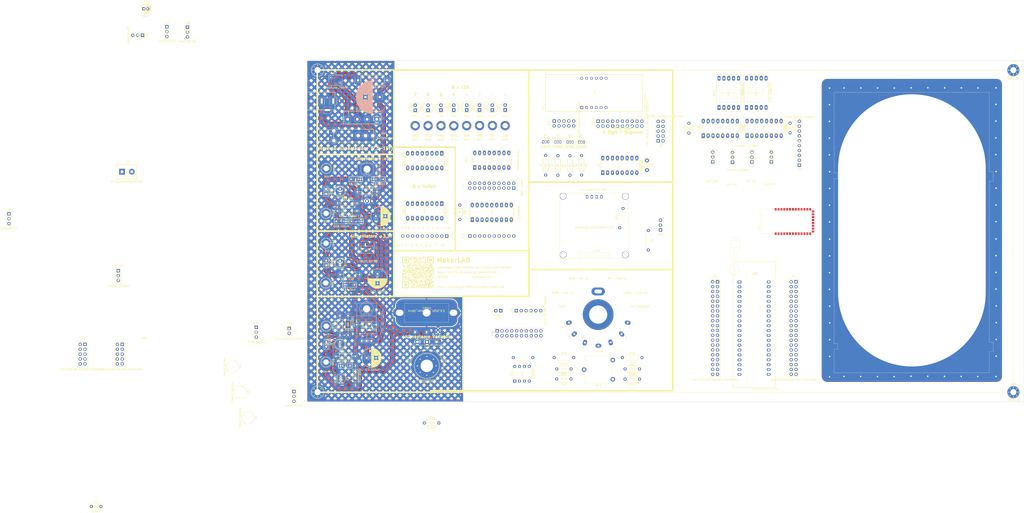
<source format=kicad_pcb>
(kicad_pcb (version 20211014) (generator pcbnew)
  (layers (0 "F.Cu" signal) (31 "B.Cu" signal) (34 "B.Paste" user) (35 "F.Paste" user) (36 "B.SilkS" user "B.Silkscreen") (37 "F.SilkS" user "F.Silkscreen") (38 "B.Mask" user) (39 "F.Mask" user) (44 "Edge.Cuts" user))
  (net 0 "")
  (net 1 "Net-(AFF1-Pad1)")
  (net 2 "Net-(AFF1-Pad2)")
  (net 3 "Net-(AFF1-Pad4)")
  (net 5 "Net-(AFF1-Pad6)")
  (net 6 "Net-(AFF1-Pad7)")
  (net 8 "Net-(AFF1-Pad9)")
  (net 9 "Net-(AFF1-Pad10)")
  (net 10 "Net-(AFF2-Pad1)")
  (net 11 "Net-(AFF2-Pad2)")
  (net 12 "Net-(AFF2-Pad4)")
  (net 14 "Net-(AFF2-Pad6)")
  (net 15 "Net-(AFF2-Pad7)")
  (net 17 "Net-(AFF2-Pad9)")
  (net 18 "Net-(AFF2-Pad10)")
  (net 19 "VCC")
  (net 20 "Net-(D1-Pad1)")
  (net 21 "Net-(D7-Pad1)")
  (net 22 "Net-(D8-Pad1)")
  (net 23 "Net-(D9-Pad1)")
  (net 24 "Net-(D10-Pad1)")
  (net 25 "Net-(D11-Pad1)")
  (net 26 "Net-(D12-Pad1)")
  (net 27 "Net-(D13-Pad1)")
  (net 28 "Net-(D14-Pad1)")
  (net 29 "Net-(J4-Pad2)")
  (net 30 "Net-(J13-Pad9)")
  (net 31 "Net-(J13-Pad2)")
  (net 32 "Net-(J13-Pad3)")
  (net 33 "Net-(J13-Pad4)")
  (net 34 "Net-(J13-Pad5)")
  (net 35 "Net-(J13-Pad6)")
  (net 36 "Net-(J13-Pad7)")
  (net 37 "Net-(J13-Pad8)")
  (net 38 "Net-(J19-Pad1)")
  (net 39 "Net-(J19-Pad2)")
  (net 40 "Net-(J19-Pad3)")
  (net 41 "Net-(J19-Pad4)")
  (net 42 "Net-(J19-Pad5)")
  (net 43 "Net-(J19-Pad6)")
  (net 44 "Net-(J19-Pad7)")
  (net 45 "Net-(J19-Pad8)")
  (net 46 "Net-(J19-Pad9)")
  (net 47 "Net-(J19-Pad10)")
  (net 48 "Net-(Q1-Pad2)")
  (net 49 "Net-(Q2-Pad2)")
  (net 50 "Net-(Q3-Pad2)")
  (net 51 "Net-(Q4-Pad2)")
  (net 52 "Net-(J9-Pad5)")
  (net 53 "Net-(J9-Pad4)")
  (net 54 "Net-(J9-Pad3)")
  (net 55 "Net-(J9-Pad2)")
  (net 56 "Net-(J14-Pad12)")
  (net 57 "Net-(J14-Pad13)")
  (net 58 "Net-(J14-Pad14)")
  (net 59 "Net-(J14-Pad15)")
  (net 60 "Net-(J14-Pad16)")
  (net 61 "Net-(J14-Pad17)")
  (net 62 "Net-(J14-Pad18)")
  (net 63 "Net-(J14-Pad19)")
  (net 64 "Net-(J15-Pad2)")
  (net 65 "Net-(J15-Pad3)")
  (net 66 "Net-(J15-Pad4)")
  (net 67 "Net-(J15-Pad5)")
  (net 68 "Net-(J15-Pad6)")
  (net 69 "Net-(J15-Pad7)")
  (net 70 "Net-(J15-Pad8)")
  (net 72 "Net-(C4-Pad1)")
  (net 73 "/Alimentazione/+Vvar")
  (net 74 "Net-(J11-Pad16)")
  (net 75 "Net-(J11-Pad13)")
  (net 76 "Net-(J11-Pad14)")
  (net 77 "Net-(J12-Pad8)")
  (net 78 "Net-(J11-Pad20)")
  (net 79 "Net-(J14-Pad10)")
  (net 80 "Net-(J14-Pad3)")
  (net 81 "Net-(J14-Pad4)")
  (net 82 "Net-(J14-Pad5)")
  (net 83 "Net-(J14-Pad6)")
  (net 84 "Net-(J14-Pad7)")
  (net 85 "Net-(J14-Pad8)")
  (net 86 "Net-(J14-Pad9)")
  (net 87 "Net-(RV3-Pad2)")
  (net 88 "/Gen_Clock/Clock")
  (net 90 "Net-(C15-Pad1)")
  (net 91 "Net-(R15-Pad2)")
  (net 92 "Net-(J26-Pad4)")
  (net 93 "Net-(R16-Pad2)")
  (net 95 "Net-(U10-Pad5)")
  (net 96 "GNDA")
  (net 97 "Net-(J23-Pad21)")
  (net 98 "Net-(J23-Pad22)")
  (net 99 "Net-(J23-Pad23)")
  (net 100 "Net-(J23-Pad24)")
  (net 101 "Net-(J23-Pad25)")
  (net 102 "Net-(J23-Pad26)")
  (net 103 "Net-(J23-Pad27)")
  (net 104 "Net-(J23-Pad28)")
  (net 105 "Net-(J23-Pad29)")
  (net 106 "Net-(J23-Pad30)")
  (net 107 "Net-(J23-Pad31)")
  (net 108 "Net-(J23-Pad32)")
  (net 109 "Net-(J23-Pad33)")
  (net 110 "Net-(J23-Pad34)")
  (net 111 "Net-(J23-Pad35)")
  (net 112 "Net-(J23-Pad36)")
  (net 113 "Net-(J23-Pad37)")
  (net 114 "Net-(J23-Pad38)")
  (net 115 "Net-(J23-Pad39)")
  (net 116 "Net-(J23-Pad40)")
  (net 117 "Net-(J9-Pad6)")
  (net 118 "Net-(J9-Pad7)")
  (net 119 "Net-(J9-Pad8)")
  (net 120 "Net-(J9-Pad9)")
  (net 121 "Net-(J9-Pad10)")
  (net 122 "/Pulse_2/Pulse+")
  (net 123 "/Pulse_2/Pulse-")
  (net 124 "/Gen_fronti/OUT+")
  (net 125 "/Gen_fronti/OUT-")
  (net 126 "Net-(J12-Pad6)")
  (net 127 "Net-(U9-Pad5)")
  (net 131 "Net-(C17-Pad1)")
  (net 132 "Net-(C18-Pad1)")
  (net 133 "Net-(C19-Pad1)")
  (net 134 "Net-(J12-Pad10)")
  (net 135 "Net-(J11-Pad1)")
  (net 136 "Net-(J11-Pad2)")
  (net 137 "Net-(J11-Pad3)")
  (net 138 "Net-(J11-Pad4)")
  (net 139 "Net-(J11-Pad5)")
  (net 140 "Net-(J11-Pad6)")
  (net 141 "Net-(J11-Pad7)")
  (net 142 "Net-(J11-Pad11)")
  (net 143 "Net-(J11-Pad8)")
  (net 144 "Net-(J11-Pad9)")
  (net 145 "Net-(J11-Pad10)")
  (net 146 "Net-(J11-Pad12)")
  (net 151 "Net-(C1-Pad1)")
  (net 152 "Net-(J14-Pad11)")
  (net 153 "Net-(C20-Pad1)")
  (net 154 "Net-(J12-Pad3)")
  (net 155 "Net-(J12-Pad4)")
  (net 156 "Net-(J12-Pad5)")
  (net 157 "Net-(J12-Pad7)")
  (net 158 "Net-(J12-Pad9)")
  (net 159 "Net-(U10-Pad1)")
  (net 160 "Net-(U10-Pad2)")
  (net 161 "Net-(U10-Pad6)")
  (net 162 "Net-(U10-Pad7)")
  (net 163 "Net-(C16-Pad1)")
  (net 164 "Net-(C7-Pad1)")
  (net 165 "Net-(C24-Pad1)")
  (net 166 "Net-(J15-Pad9)")
  (net 167 "Net-(D2-Pad2)")
  (net 168 "Net-(J22-Pad3)")
  (net 169 "Net-(J22-Pad5)")
  (net 170 "Net-(J22-Pad7)")
  (net 171 "Net-(J22-Pad10)")
  (net 172 "Net-(J22-Pad11)")
  (net 173 "Net-(J22-Pad13)")
  (net 174 "Net-(J22-Pad15)")
  (net 175 "Net-(J22-Pad17)")
  (net 176 "Net-(J22-Pad19)")
  (net 177 "Net-(J22-Pad21)")
  (net 178 "Net-(J22-Pad23)")
  (net 179 "Net-(J22-Pad25)")
  (net 180 "Net-(J22-Pad27)")
  (net 181 "Net-(J22-Pad29)")
  (net 182 "Net-(J22-Pad31)")
  (net 183 "Net-(J22-Pad33)")
  (net 184 "Net-(J22-Pad35)")
  (net 185 "Net-(J22-Pad37)")
  (net 186 "Net-(D21-Pad2)")
  (net 187 "Net-(D2-Pad1)")
  (net 188 "Net-(J22-Pad1)")
  (net 189 "Net-(J22-Pad39)")
  (net 190 "Net-(D1-Pad2)")
  (net 191 "Net-(D1-Pad3)")
  (net 192 "Net-(D22-Pad2)")
  (net 193 "Net-(Q5-Pad2)")
  (net 194 "Net-(F1-Pad1)")
  (net 195 "Net-(D17-Pad2)")
  (net 208 "Net-(U12-Pad13)")
  (net 227 "GND")
  (net 228 "Net-(LCD1-Pad3)")
  (net 229 "Net-(LCD1-Pad4)")
  (footprint "Diode_THT:D_A-405_P10.16mm_Horizontal" (layer "F.Cu") (at 15.875 78.486)
    (fp_text reference "D20")
    (fp_text value "1N4001")
  )
  (footprint "Package_TO_SOT_THT:TO-92_Inline" (layer "F.Cu") (at 17.653 164.719 -90)
    (fp_text reference "Q5")
    (fp_text value "BC237")
  )
  (footprint "LED_THT:LED_D5.0mm" (layer "F.Cu") (at 96.6724 25.8014 90)
    (fp_text reference "D13")
    (fp_text value "1")
  )
  (footprint "LED_THT:LED_D5.0mm" (layer "F.Cu") (at 103.378 25.776 90)
    (fp_text reference "D14")
    (fp_text value "0")
  )
  (footprint "Resistor_THT:R_Axial_DIN0207_L6.3mm_D2.5mm_P10.16mm_Horizontal" (layer "F.Cu") (at 17.241123 111.6076)
    (fp_text reference "R24")
    (fp_text value "220")
  )
  (footprint "Connector_PinHeader_2.54mm:PinHeader_1x03_P2.54mm_Vertical" (layer "F.Cu") (at -73.0758 -17.6126)
    (fp_text reference "J32")
    (fp_text value "Conn_01x03")
  )
  (footprint "MountingHole:MountingHole_3.2mm_M3_Pad_Via" (layer "F.Cu") (at 5.5 173)
    (fp_text reference "TP4" hide)
    (fp_text value "TestPoint" hide)
  )
  (footprint "Package_TO_SOT_THT:TO-92_Inline" (layer "F.Cu") (at 123.2868 42.4014)
    (fp_text reference "Q1")
    (fp_text value "2N3904")
  )
  (footprint "Capacitor_THT:C_Disc_D7.0mm_W2.5mm_P5.00mm" (layer "F.Cu") (at 39.838 61.9252 180)
    (fp_text reference "C2")
    (fp_text value "100nF")
  )
  (footprint "Package_TO_SOT_THT:TO-92_Inline" (layer "F.Cu") (at 141.9812 42.5494)
    (fp_text reference "Q4")
    (fp_text value "2N3904")
  )
  (footprint "Heatsink2:Heatsink_28x25_Horiz" (layer "F.Cu") (at 31.0838 129.4286)
    (fp_text reference "HS2")
    (fp_text value "Heatsink")
  )
  (footprint "Diode_THT:D_A-405_P10.16mm_Horizontal" (layer "F.Cu") (at 21.4376 143.1954 90)
    (fp_text reference "D5")
    (fp_text value "1n4001")
  )
  (footprint "Display_7Segment:CA56-12EWA" (layer "F.Cu") (at 143.3068 24.511 90)
    (fp_text reference "U4")
    (fp_text value "CC56-12EWA")
  )
  (footprint "Symbol:Alimentatore Variabile" (layer "F.Cu") (at 25.3238 26.924)
    (fp_text reference "TP24" hide)
    (fp_text value "Ingresso Alimentazione (7,5-15V)")
  )
  (footprint "TestPoint:TestPoint_Loop_D3.80mm_Drill2.8mm" (layer "F.Cu") (at 56.4642 33.9802)
    (fp_text reference "TP13")
    (fp_text value "Bit7")
  )
  (footprint "Resistor_THT:R_Axial_DIN0207_L6.3mm_D2.5mm_P10.16mm_Horizontal" (layer "F.Cu") (at 130.8608 49.6316 -90)
    (fp_text reference "R6")
    (fp_text value "R")
  )
  (footprint "MountingHole:MountingHole_3.2mm_M3_Pad_Via" (layer "F.Cu") (at 5.5 5)
    (fp_text reference "TP1" hide)
    (fp_text value "TestPoint" hide)
  )
  (footprint "Connector_PinHeader_2.54mm:PinHeader_1x06_P2.54mm_Vertical" (layer "F.Cu") (at 109.22 130.4544 90)
    (fp_text reference "J26")
    (fp_text value "Conn_01x06_Female")
  )
  (footprint "Connector_PinSocket_2.54mm:PinSocket_1x03_P2.54mm_Vertical" (layer "F.Cu") (at 221.9706 53.0352 180)
    (fp_text reference "Uni-A2")
    (fp_text value "Jumper_3_Open")
  )
  (footprint "LED_THT:LED_D5.0mm" (layer "F.Cu") (at 69.8754 25.8318 90)
    (fp_text reference "D9")
    (fp_text value "5")
  )
  (footprint "Capacitor_THT:CP_Radial_D10.0mm_P5.00mm" (layer "F.Cu") (at 36.7792 111.2266 -90)
    (fp_text reference "C25")
    (fp_text value "220uF")
  )
  (footprint "Connector_PinSocket_2.54mm:PinSocket_2x05_P2.54mm_Vertical" (layer "F.Cu") (at -96.3808 148.077)
    (fp_text reference "J18")
    (fp_text value "Conn_02x05_Counter_Clockwise")
  )
  (footprint "Resistor_THT:R_Axial_DIN0207_L6.3mm_D2.5mm_P10.16mm_Horizontal" (layer "F.Cu") (at 143.2306 49.5554 -90)
    (fp_text reference "R8")
    (fp_text value "R")
  )
  (footprint "Connector_PinHeader_2.54mm:PinHeader_1x03_P2.54mm_Vertical" (layer "F.Cu") (at -155.482466 79.9712)
    (fp_text reference "J6")
    (fp_text value "Conn_01x03")
  )
  (footprint "Connector_PinSocket_2.54mm:PinSocket_1x02_P2.54mm_Vertical" (layer "F.Cu") (at 10.058 146.8012)
    (fp_text reference "J5")
    (fp_text value "Conn_01x02_Male" hide)
  )
  (footprint "TestPoint:TestPoint_Loop_D3.80mm_Drill2.8mm" (layer "F.Cu") (at 9.911323 95.3116)
    (fp_text reference "TP17")
    (fp_text value "3.3VA+")
  )
  (footprint "Resistor_THT:R_Axial_DIN0207_L6.3mm_D2.5mm_P10.16mm_Horizontal" (layer "F.Cu") (at 163.105 87.189 80)
    (fp_text reference "R25")
    (fp_text value "3,3k")
  )
  (footprint "Resistor_THT:R_Axial_DIN0207_L6.3mm_D2.5mm_P10.16mm_Horizontal" (layer "F.Cu") (at 15.9258 74.3458)
    (fp_text reference "R23")
    (fp_text value "680")
  )
  (footprint "TestPoint:TestPoint_Loop_D3.80mm_Drill2.8mm" (layer "F.Cu") (at 9.9314 157.3276)
    (fp_text reference "TP15")
    (fp_text value "VarA-")
  )
  (footprint "Capacitor_THT:C_Axial_L3.8mm_D2.6mm_P7.50mm_Horizontal" (layer "F.Cu") (at 79.7052 75.4218 -90)
    (fp_text reference "C9")
    (fp_text value "100nF")
  )
  (footprint "TestPoint:TestPoint_Loop_D3.80mm_Drill2.8mm" (layer "F.Cu") (at 90.0176 33.909)
    (fp_text reference "TP8")
    (fp_text value "Bit2")
  )
  (footprint "TestPoint:TestPoint_Loop_D3.80mm_Drill2.8mm" (layer "F.Cu") (at 63.1698 33.9802)
    (fp_text reference "TP12")
    (fp_text value "Bit6")
  )
  (footprint "Capacitor_THT:C_Disc_D7.0mm_W2.5mm_P5.00mm" (layer "F.Cu") (at 22.9254 61.9506)
    (fp_text reference "C5")
    (fp_text value "100nF")
  )
  (footprint "Capacitor_THT:CP_Radial_D10.0mm_P5.00mm" (layer "F.Cu") (at 35.884723 81.2038)
    (fp_text reference "C6")
    (fp_text value "220uF")
  )
  (footprint "MountingHole:MountingHole_3.2mm_M3_Pad_Via" (layer "F.Cu") (at 368.5 5)
    (fp_text reference "TP3")
    (fp_text value "TestPoint")
  )
  (footprint "Connector_PinHeader_2.54mm:PinHeader_1x03_P2.54mm_Vertical" (layer "F.Cu") (at 184.404 88.392 180)
    (fp_text reference "J21")
    (fp_text value "Conn_01x03")
  )
  (footprint "Package_DIP:DIP-16_W7.62mm_Socket_LongPads" (layer "F.Cu") (at 70.2872 48.3966 -90)
    (fp_text reference "SW2")
    (fp_text value "SW_DIP_x08")
  )
  (footprint "RotarySwitch:Commutatore 2x6" (layer "F.Cu") (at 151.892 132.461)
    (fp_text reference "SW5")
    (fp_text value "SW_Rotary12")
  )
  (footprint "Connector_PinHeader_2.54mm:PinHeader_1x03_P2.54mm_Vertical" (layer "F.Cu") (at -6.8072 172.6588)
    (fp_text reference "J7")
    (fp_text value "Conn_01x03")
  )
  (footprint "MountingHole:MountingHole_3.2mm_M3_Pad_Via" (layer "F.Cu") (at 368.5 173)
    (fp_text reference "TP2")
    (fp_text value "TestPoint")
  )
  (footprint "Capacitor_THT:C_Disc_D4.3mm_W1.9mm_P5.00mm" (layer "F.Cu") (at 199.2122 32.806 -90)
    (fp_text reference "C21")
    (fp_text value "100n")
  )
  (footprint "Capacitor_THT:C_Axial_L5.1mm_D3.1mm_P7.50mm_Horizontal" (layer "F.Cu") (at 165.9474 160.909)
    (fp_text reference "C20")
    (fp_text value "3,3uF")
  )
  (footprint "Capacitor_THT:C_Axial_L5.1mm_D3.1mm_P7.50mm_Horizontal" (layer "F.Cu") (at 137.7096 166.0906 180)
    (fp_text reference "C18")
    (fp_text value "33nF")
  )
  (footprint "Capacitor_THT:CP_Radial_D5.0mm_P2.00mm" (layer "F.Cu") (at -85.1154 -26.9852)
    (fp_text reference "C4")
    (fp_text value "10uF")
  )
  (footprint "Resistor_THT:R_Axial_DIN0207_L6.3mm_D2.5mm_P10.16mm_Horizontal" (layer "F.Cu") (at 117.8052 154.9146 180)
    (fp_text reference "R17")
    (fp_text value "330")
  )
  (footprint "Package_DIP:DIP-8_W7.62mm" (layer "F.Cu") (at 108.341 167.1982 90)
    (fp_text reference "U7")
    (fp_text value "NE555P")
  )
  (footprint "Resistor_THT:R_Axial_DIN0207_L6.3mm_D2.5mm_P10.16mm_Horizontal" (layer "F.Cu") (at 17.2212 143.2716 90)
    (fp_text reference "R2")
    (fp_text value "240")
  )
  (footprint "MountingHole:MountingHole_3.2mm_M3" (layer "F.Cu") (at -34.8348 172.999 -90)
    (fp_text reference "H1")
    (fp_text value "MountingHole")
  )
  (footprint "Resistor_THT:R_Axial_DIN0207_L6.3mm_D2.5mm_P10.16mm_Horizontal" (layer "F.Cu") (at 25.273 169.418 90)
    (fp_text reference "R22")
    (fp_text value "330k")
  )
  (footprint "SerigrafieMakerLAB:Clock NE555" (layer "F.Cu") (at 98.8308 133.1956)
    (fp_text reference "TP29")
    (fp_text value "8 x LED")
  )
  (footprint "Package_DIP:DIP-16_W7.62mm_Socket_LongPads" (layer "F.Cu") (at 87.493 55.8196 90)
    (fp_text reference "RN1")
    (fp_text value "Resistor Array")
  )
  (footprint "Resistor_THT:R_Axial_DIN0207_L6.3mm_D2.5mm_P10.16mm_Horizontal" (layer "F.Cu") (at 178.053999 88.645998 -90)
    (fp_text reference "R3")
    (fp_text value "3,3k")
  )
  (footprint "Display:TFT OLED 1.3 I2C" (layer "F.Cu") (at 149.86 86.106)
    (fp_text reference "LCD1")
    (fp_text value "SSD1306_OLED128x64_I2C")
  )
  (footprint "Capacitor_THT:C_Disc_D7.0mm_W2.5mm_P5.00mm" (layer "F.Cu") (at 24.744923 116.967 180)
    (fp_text reference "C3")
    (fp_text value "100nF")
  )
  (footprint "Capacitor_THT:C_Disc_D7.0mm_W2.5mm_P5.00mm" (layer "F.Cu") (at -112.482 232.664)
    (fp_text reference "C10")
    (fp_text value "100nF")
  )
  (footprint "Package_DIP:DIP-16_W7.62mm_Socket_LongPads" (layer "F.Cu") (at 70.2872 74.6348 -90)
    (fp_text reference "RN2")
    (fp_text value "10K")
  )
  (footprint "Package_DIP:DIP-16_W7.62mm_Socket_LongPads" (layer "F.Cu") (at 229.57 39.1804 90)
    (fp_text reference "U10")
    (fp_text value "9368")
  )
  (footprint "SerigrafieMakerLAB:Disp4x7Seg" (layer "F.Cu") (at 153.3144 11.9963)
    (fp_text reference "TP27" hide)
    (fp_text value "8 x LED")
  )
  (footprint "Connector_PinSocket_2.54mm:PinSocket_2x05_P2.54mm_Vertical" (layer "F.Cu") (at 183.1902 41.9308 180)
    (fp_text reference "J9")
    (fp_text value "Conn_02x05_Counter_Clockwise")
  )
  (footprint "LED_THT:LED_D5.0mm" (layer "F.Cu") (at 89.9922 25.8014 90)
    (fp_text reference "D12")
    (fp_text value "2")
  )
  (footprint "Capacitor_THT:C_Disc_D7.0mm_W2.5mm_P5.00mm" (layer "F.Cu") (at 15.3308 83.8708)
    (fp_text reference "C16")
    (fp_text value "100nF")
  )
  (footprint "Resistor_THT:R_Axial_DIN0207_L6.3mm_D2.5mm_P10.16mm_Horizontal" (layer "F.Cu") (at 25.273 154.305 180)
    (fp_text reference "R1")
    (fp_text value "3,3k")
  )
  (footprint "LED_THT:LED_D5.0mm" (layer "F.Cu") (at 56.4642 25.903 90)
    (fp_text reference "D7")
    (fp_text value "7")
  )
  (footprint "VoltmeterModule:3,5 Digit 0,28'' Voltmeter" (layer "F.Cu") (at 62.3697 131.6109 180)
    (fp_text reference "Vmet1")
    (fp_text value "3,5_Digit_Voltmeter_3Wire")
    (fp_rect (start -11.5 -5) (end 11.5 5) (layer "Edge.Cuts") (width 0.12) (fill none))
  )
  (footprint "TestPoint:TestPoint_Loop_D3.80mm_Drill2.8mm" (layer "F.Cu") (at 83.2866 33.9548)
    (fp_text reference "TP9")
    (fp_text value "Bit3")
  )
  (footprint "Connector_PinHeader_2.54mm:PinHeader_1x03_P2.54mm_Vertical" (layer "F.Cu") (at -62.357 -17.384)
    (fp_text reference "J28")
    (fp_text value "Conn_01x03")
  )
  (footprint "TestPoint:TestPoint_Loop_D3.80mm_Drill2.8mm" (layer "F.Cu") (at 76.581 34.031)
    (fp_text reference "TP10")
    (fp_text value "Bit4")
  )
  (footprint "Diode_THT:D_A-405_P10.16mm_Horizontal" (layer "F.Cu") (at 36.449 68.4022 180)
    (fp_text reference "D4")
    (fp_text value "1N4001")
  )
  (footprint "LED_THT:LED_D5.0mm" (layer "F.Cu") (at 101.0412 130.4798 180)
    (fp_text reference "D17")
    (fp_text value "LED")
  )
  (footprint "Display_7Segment:7SegmentLED_LTS6760_LTS6780" (layer "F.Cu") (at 229.326 24.4602 90)
    (fp_text reference "AFF2")
    (fp_text value "LTS-6980HR")
  )
  (footprint "TestPoint:TestPoint_Loop_D3.80mm_Drill2.8mm" (layer "F.Cu") (at 10.033 138.5316)
    (fp_text reference "TP14")
    (fp_text value "VarA+")
  )
  (footprint "TerminalBlock:TerminalBlock_bornier-2_P5.08mm" (layer "F.Cu") (at -96.472466 57.9912)
    (fp_text reference "J20")
    (fp_text value "Screw_Terminal_01x02")
  )
  (footprint "Package_TO_SOT_THT:TO-92_Inline" (layer "F.Cu") (at 135.936 42.524)
    (fp_text reference "Q3")
    (fp_text value "2N3904")
  )
  (footprint "Symbol:Alimentatore Variabile" (layer "F.Cu") (at 25.3238 68.9356)
    (fp_text reference "TP23" hide)
    (fp_text value "Alimentatore +5V")
  )
  (footprint "Breadboard:BreadBoard 81x146" (layer "F.Cu") (at 316.5602 88.5952)
    (fp_text reference "TP5")
    (fp_text value "TestPoint")
    (fp_line (start -41.63 -26.961) (end -41.63 59.039) (layer "Edge.Cuts") (width 0.12))
    (fp_line (start -41.63 -26.961) (end -39.63 -26.961) (layer "Edge.Cuts") (width 0.12))
    (fp_line (start 39.37 74.3438) (end -41.6306 74.3712) (layer "Edge.Cuts") (width 0.12))
    (fp_line (start -41.63 62.039) (end -39.63 62.039) (layer "Edge.Cuts") (width 0.12))
    (fp_line (start 39.37 -30.6562) (end 41.37 -30.6562) (layer "Edge.Cuts") (width 0.12))
    (fp_line (start 39.37 58.3438) (end 39.37 -25.6562) (layer "Edge.Cuts") (width 0.12))
    (fp_line (start -41.63 -30) (end -41.63 -71.961) (layer "Edge.Cuts") (width 0.12))
    (fp_line (start -39.63 -30) (end -39.63 -26.961) (layer "Edge.Cuts") (width 0.12))
    (fp_line (start 39.37 -30.6562) (end 39.37 -71.961) (layer "Edge.Cuts") (width 0.12))
    (fp_line (start 41.37 63.3438) (end 41.37 58.3438) (layer "Edge.Cuts") (width 0.12))
    (fp_line (start 41.37 -25.6562) (end 41.37 -30.6562) (layer "Edge.Cuts") (width 0.12))
    (fp_line (start 39.37 58.3438) (end 41.37 58.3438) (layer "Edge.Cuts") (width 0.12))
    (fp_line (start -41.63 -71.961) (end 39.37 -71.961) (layer "Edge.Cuts") (width 0.12))
    (fp_line (start 39.37 63.3438) (end 39.37 74.3438) (layer "Edge.Cuts") (width 0.12))
    (fp_line (start 41.37 -25.6562) (end 39.37 -25.6562) (layer "Edge.Cuts") (width 0.12))
    (fp_line (start 39.37 63.3438) (end 41.37 63.3438) (layer "Edge.Cuts") (width 0.12))
    (fp_line (start -39.63 59.039) (end -39.63 62.039) (layer "Edge.Cuts") (width 0.12))
    (fp_line (start -41.63 -30) (end -39.63 -30) (layer "Edge.Cuts") (width 0.12))
    (fp_line (start -39.63 59.039) (end -41.63 59.039) (layer "Edge.Cuts") (width 0.12))
    (fp_line (start -41.63 62.039) (end -41.6306 74.3712) (layer "Edge.Cuts") (width 0.12))
  )
  (footprint "Resistor_THT:R_Axial_DIN0207_L6.3mm_D2.5mm_P10.16mm_Horizontal" (layer "F.Cu") (at 124.4854 49.5554 -90)
    (fp_text reference "R5")
    (fp_text value "R")
  )
  (footprint "Connector_PinSocket_2.54mm:PinSocket_1x02_P2.54mm_Vertical" (layer "F.Cu") (at 9.931 66.9998)
    (fp_text reference "J29")
    (fp_text value "Conn_01x02_Male" hide)
  )
  (footprint "LED_THT:LED_D5.0mm" (layer "F.Cu") (at 17.272 66.926 -90)
    (fp_text reference "D21")
    (fp_text value "+5V")
  )
  (footprint "Connector_PinHeader_2.54mm:PinHeader_1x03_P2.54mm_Vertical" (layer "F.Cu") (at -85.8162 -13.193 -90)
    (fp_text reference "J8")
    (fp_text value "Conn_01x03")
  )
  (footprint "Package_TO_SOT_SMD:SOT-223" (layer "F.Cu") (at 31.5722 98.7044 -90)
    (fp_text reference "U11")
    (fp_text value "L78L33_SOT89")
  )
  (footprint "TestPoint:TestPoint_Loop_D3.80mm_Drill2.8mm" (layer "F.Cu") (at 69.9008 33.9802)
    (fp_text reference "TP11")
    (fp_text value "Bit5")
  )
  (footprint "TestPoint:TestPoint_Loop_D3.80mm_Drill2.8mm" (layer "F.Cu") (at 10.033 56.3118)
    (fp_text reference "TP16")
    (fp_text value "5VA+")
  )
  (footprint "Connector_PinSocket_2.54mm:PinSocket_1x10_P2.54mm_Vertical" (layer "F.Cu") (at 84.993 91.542 90)
    (fp_text reference "J13")
    (fp_text value "GND 0  1  2  3  4  5  6  7  +5V")
  )
  (footprint "TestPoint:TestPoint_Loop_D3.80mm_Drill2.8mm" (layer "F.Cu") (at 96.7486 33.9294)
    (fp_text reference "TP7")
    (fp_text value "Bit1")
  )
  (footprint "Capacitor_THT:C_Disc_D4.3mm_W1.9mm_P5.00mm" (layer "F.Cu") (at 251.9934 32.679 -90)
    (fp_text reference "C22")
    (fp_text value "100n")
  )
  (footprint "Resistor_THT:R_Axial_DIN0207_L6.3mm_D2.5mm_P10.16mm_Horizontal" (layer "F.Cu") (at 164.5666 154.9654)
    (fp_text reference "R16")
    (fp_text value "22K")
  )
  (footprint "Capacitor_THT:C_Axial_L5.1mm_D3.1mm_P7.50mm_Horizontal" (layer "F.Cu") (at 137.7858 160.909 180)
    (fp_text reference "C17")
    (fp_text value "3,3nF")
  )
  (footprint "MountingHole:MountingHole_3.2mm_M3" (layer "F.Cu") (at -38.8848 159.689 -90)
    (fp_text reference "H3")
    (fp_text value "MountingHole")
  )
  (footprint "Capacitor_THT:C_Disc_D7.0mm_W2.5mm_P5.00mm" (layer "F.Cu") (at 22.479 159.258 180)
    (fp_text reference "C23")
    (fp_text value "100nF")
  )
  (footprint "Varistor:RV_Disc_D7mm_W5.4mm_P5mm" (layer "F.Cu") (at 12.319 8.89)
    (fp_text reference "F1")
    (fp_text value "Polyfuse 750mA")
  )
  (footprint "Resistor_THT:R_Axial_DIN0207_L6.3mm_D2.5mm_P10.16mm_Horizontal" (layer "F.Cu") (at 128.9558 154.9654)
    (fp_text reference "R15")
    (fp_text value "1K")
  )
  (footprint "Package_DIP:DIP-16_W7.62mm_Socket_LongPads" (layer "F.Cu") (at 206.71 39.1804 90)
    (fp_text reference "U9")
    (fp_text value "9368")
  )
  (footprint "Symbol:Alimentatore Variabile" (layer "F.Cu") (at 43.3832 148.0312)
    (fp_text reference "TP21" hide)
    (fp_text value "Alimentaore Variabile")
  )
  (footprint "LED_THT:LED_D5.0mm" (layer "F.Cu") (at 83.312 25.8014 90)
    (fp_text reference "D11")
    (fp_text value "3")
  )
  (footprint "TestPoint:TestPoint_Loop_D3.80mm_Drill2.8mm" (layer "F.Cu") (at 103.378 33.9344)
    (fp_text reference "TP6")
    (fp_text value "Bit0")
  )
  (footprint "TestPoint:TestPoint_Loop_D3.80mm_Drill2.8mm" (layer "F.Cu") (at 9.784323 116.038)
    (fp_text reference "TP19")
    (fp_text value "3.3VA-")
  )
  (footprint "Connector_PinSocket_2.54mm:PinSocket_1x03_P2.54mm_Vertical" (layer "F.Cu") (at 211.6582 52.8828 180)
    (fp_text reference "Uni-A3")
    (fp_text value "Jumper_3_Open" hide)
  )
  (footprint "Package_DIP:DIP-16_W7.62mm_LongPads" (layer "F.Cu") (at 154.2692 58.4858 90)
    (fp_text reference "U3")
    (fp_text value "DM9368")
  )
  (footprint "Button_Switch_THT:SW_100SP1T2B4M7QE" (layer "F.Cu") (at 30.52125 39.21225)
    (fp_text reference "SW1")
    (fp_text value "SwGenerale")
  )
  (footprint "Connector_PinHeader_2.54mm:PinHeader_1x10_P2.54mm_Vertical" (layer "F.Cu") (at 256.8448 54.5542 180)
    (fp_text reference "J19")
    (fp_text value "Conn_01x10_Female")
  )
  (footprint "Connector_PinSocket_2.54mm:PinSocket_2x20_P2.54mm_Vertical" (layer "F.Cu") (at 255.1122 115.4222)
    (fp_text reference "J24")
    (fp_text value "Conn_02x20_Counter_Clockwise")
  )
  (footprint "Symbol:Alimentatore Variabile" (layer "F.Cu") (at 25.2984 106.0196)
    (fp_text reference "TP22" hide)
    (fp_text value "Alimentatore +3,3V")
  )
  (footprint "Connector_PinSocket_2.54mm:PinSocket_1x10_P2.54mm_Vertical" (layer "F.Cu") (at 72.868 91.567 -90)
    (fp_text reference "J15")
    (fp_text value "GND 0  1  2  3  4  5  6  7 +5V")
  )
  (footprint "Package_TO_SOT_THT:TO-92_Inline" (layer "F.Cu") (at 129.6368 42.4986)
    (fp_text reference "Q2")
    (fp_text value "2N3904")
  )
  (footprint "Resistor_THT:R_Axial_DIN0207_L6.3mm_D2.5mm_P10.16mm_Horizontal" (layer "F.Cu") (at 137.16 49.657 -90)
    (fp_text reference "R7")
    (fp_text value "R")
  )
  (footprint "Connector_PinSocket_2.54mm:PinSocket_2x10_P2.54mm_Vertical" (layer "F.Cu") (at 151.8458 31.6538 90)
    (fp_text reference "J11")
    (fp_text value "Conn_02x10_Counter_Clockwise")
  )
  (footprint "Connector_PinSocket_2.54mm:PinSocket_1x03_P2.54mm_Vertical" (layer "F.Cu") (at -98.4264 109.6518)
    (fp_text reference "Uni-A4")
    (fp_text value "Jumper_3_Open")
  )
  (footprint "Connector_PinSocket_2.54mm:PinSocket_1x02_P2.54mm_Vertical" (layer "F.Cu") (at -9.2714 139.7708)
    (fp_text reference "J10")
    (fp_text value "Conn_01x02_Female")
  )
  (footprint "LED_THT:LED_D5.0mm" (layer "F.Cu") (at 63.1698 25.8776 90)
    (fp_text reference "D8")
    (fp_text value "6")
  )
  (footprint "Capacitor_THT:CP_Radial_D10.0mm_P5.00mm" (layer "F.Cu") (at 31.0896 155.067)
    (fp_text reference "C7")
    (fp_text value "220uF")
  )
  (footprint "TestPoint:TestPoint_Loop_D3.80mm_Drill2.8mm" (layer "F.Cu") (at 9.9568 79.7306)
    (fp_text reference "TP18")
    (fp_text value "5VA-")
  )
  (footprint "Connector_PinSocket_2.54mm:PinSocket_2x05_P2.54mm_Vertical" (layer "F.Cu") (at 128.9604 31.5522 90)
    (fp_text reference "J12")
    (fp_text value "Conn_02x05_Counter_Clockwise")
  )
  (footprint "SerigrafieMakerLAB:MakerLABTitoli" (layer "F.Cu") (at 76.4032 113.6142)
    (fp_text reference "TP28" hide)
    (fp_text value "MakerLAB" hide)
  )
  (footprint "Diode_THT:Diode_Bridge_Vishay_KBL" (layer "F.Cu") (at 21.1582 30.6324)
    (fp_text reference "D1")
    (fp_text value "D_Bridge_+AA-")
  )
  (footprint "Inductor_THT:L_Axial_L12.0mm_D5.0mm_P15.24mm_Horizontal_Fastron_MISC" (layer "F.Cu") (at 26.619201 10.287)
    (fp_text reference "L1")
    (fp_text value "3,3mH")
  )
  (footprint "Diode_THT:D_A-405_P10.16mm_Horizontal" (layer "F.Cu") (at 25.908 137.7852)
    (fp_text reference "D3")
    (fp_text value "1n4001")
  )
  (footprint "LED_THT:LED_D5.0mm" (layer "F.Cu") (at 17.145 146.685 -90)
    (fp_text reference "D2")
    (fp_text value "VarOut")
  )
  (footprint "Potentiometer_THT:Potentiometer_ACP_CA14V-15_Vertical" (layer "F.Cu") (at 159.5444 156.2392 180)
    (fp_text reference "RV3")
    (fp_text value "220K")
  )
  (footprint "Capacitor_THT:C_Disc_D7.5mm_W2.5mm_P5.00mm" (layer "F.Cu") (at 177.3428 52.1608 -90)
    (fp_text reference "C8")
    (fp_text value "100nF")
  )
  (footprint "Capacitor_THT:C_Axial_L5.1mm_D3.1mm_P7.50mm_Horizontal" (layer "F.Cu") (at 165.9474 166.1922)
    (fp_text reference "C19")
    (fp_text value "330nF")
  )
  (footprint "MountingHole:MountingHole_6.5mm_Pad_Via" (layer "F.Cu") (at 62.484 159.258)
    (fp_text reference "TP20" hide)
    (fp_text value "Potenziometer")
  )
  (footprint "Connector_PinSocket_2.54mm:PinSocket_1x03_P2.54mm_Vertical" (layer "F.Cu") (at 232.1052 52.8828 180)
    (fp_text reference "Uni-A0")
    (fp_text value "Jumper_3_Open")
  )
  (footprint "Capacitor_THT:C_Disc_D7.0mm_W2.5mm_P5.00mm" (layer "F.Cu") (at 23.241 83.8962)
    (fp_text reference "C24")
    (fp_text value "100nF")
  )
  (footprint "Connector_PinHeader_2.54mm:PinHeader_1x03_P2.54mm_Vertical" (layer "F.Cu") (at -26.4668 139.207)
    (fp_text reference "J31")
    (fp_text value "Conn_01x03")
  )
  (footprint "LED_THT:LED_D5.0mm" (layer "F.Cu") (at 76.576294 25.8252 90)
    (fp_text reference "D10")
    (fp_text value "4")
  )
  (footprint "Capacitor_THT:C_Axial_L5.1mm_D3.1mm_P7.50mm_Horizontal" (layer "F.Cu") (at 61.2486 189.0522)
    (fp_text reference "*C16")
    (fp_text value "330pF")
  )
  (footprint "Connector_PinSocket_2.54mm:PinSocket_1x02_P2.54mm_Vertical" (layer "F.Cu") (at 10.037923 104.2978)
    (fp_text reference "J30")
    (fp_text value "Conn_01x02_Male" hide)
  )
  (footprint "Connector_PinSocket_2.54mm:PinSocket_2x20_P2.54mm_Vertical" (layer "F.Cu") (at 214.1474 115.3922)
    (fp_text reference "J22")
    (fp_text value "Conn_02x20_Counter_Clockwise")
  )
  (footprint "LED_THT:LED_D5.0mm" (layer "F.Cu") (at 17.272 104.394 -90)
    (fp_text reference "D22")
    (fp_text value "+3.3V")
  )
  (footprint "Connector_PinSocket_2.54mm:PinSocket_2x10_P2.54mm_Vertical" (layer "F.Cu") (at 107.793 66.543 -90)
    (fp_text reference "J14")
    (fp_text value "8Bit Jumper")
  )
  (footprint "Package_DIP:DIP-18_W7.62mm_Socket_LongPads" (layer "F.Cu") (at 86.243 83.0076 90)
    (fp_text reference "U5")
    (fp_text value "ULN2803A")
  )
  (footprint "Symbol:Alimentatore Variabile" (layer "F.Cu") (at 61.3364 72.1864)
    (fp_text reference "TP25" hide)
    (fp_text value "8 x Switch")
  )
  (footprint "Socket:DIP_Socket-40_W22.1_W22.86_W25.4_W27.94_W28.7_3M_240-3639-00-0602J" (layer "F.Cu") (at 226.238301 115.485802)
    (fp_text reference "J23")
    (fp_text value "Conn_02x20_Counter_Clockwise")
  )
  (footprint "Connector_BarrelJack:BarrelJack_Horizontal" (layer "F.Cu") (at 13.6708 21.1151)
    (fp_text reference "J4")
    (fp_text value "Barrel_Jack_MountingPin" hide)
  )
  (footprint "Symbol:Alimentatore Variabile" (layer "F.Cu") (at 80.645 29.972)
    (fp_text reference "TP26" hide)
    (fp_text value "8 x LED")
  )
  (footprint "MountingHole:MountingHole_3.2mm_M3" (layer "F.Cu") (at -30.7848 186.309 -90)
    (fp_text reference "H2")
    (fp_text value "MountingHole")
  )
  (footprint "Module:XCVR_HC-05" (layer "F.Cu") (at 250.825 83.947 90)
    (fp_text reference "U12")
    (fp_text value "HC-05")
  )
  (footprint "Display_7Segment:7SegmentLED_LTS6760_LTS6780" (layer "F.Cu") (at 214.9396 24.4856 90)
    (fp_text reference "AFF1")
    (fp_text value "LTS-6980HR")
  )
  (footprint "Connector_PinSocket_2.54mm:PinSocket_2x05_P2.54mm_Vertical" (layer "F.Cu") (at -115.8008 148.077)
    (fp_text reference "J16")
    (fp_text value "Conn_02x05_Counter_Clockwise")
  )
  (footprint "Connector_PinSocket_2.54mm:PinSocket_1x03_P2.54mm_Vertical" (layer "F.Cu") (at 242.2652 52.8828 180)
    (fp_text reference "Uni-A1")
    (fp_text value "Jumper_3_Open" hide)
  )
  (footprint "Heatsink2:Heatsink_28x25_Horiz" (layer "B.Cu") (at 31.242 56.618 180)
    (fp_text reference "HS1" hide)
    (fp_text value "Heatsink" hide)
  )
  (footprint "Potentiometer_THT:Potentiometer_Omeg_PC16BU_Vertical" (layer "B.Cu") (at 67.5894 146.7612 -90)
    (fp_text reference "RV2")
    (fp_text value "5K")
  )
  (footprint "Capacitor_THT:CP_Radial_D17.0mm_P7.50mm" (layer "B.Cu") (at 37.973 19.05)
    (fp_text reference "C1")
    (fp_text value "1000uF")
  )
  (footprint "Package_TO_SOT_THT:TO-220-3_Horizontal_TabDown" (layer "B.Cu") (at 33.8582 73.3288 180)
    (fp_text reference "U2")
    (fp_text value "LM7805_TO220")
  )
  (footprint "Connector_PinHeader_2.54mm:PinHeader_2x10_P2.54mm_Vertical" (layer "B.Cu") (at 99.192 141.0158 -90)
    (fp_text reference "J17")
    (fp_text value "Conn_02x10_Counter_Clockwise")
  )
  (footprint "Package_TO_SOT_THT:TO-220-3_Horizontal_TabDown" (layer "B.Cu") (at 33.6296 146.2278 180)
    (fp_text reference "U1")
    (fp_text value "LM317_TO-220")
  )
  (gr_rect (start 5.5 5) (end 368.5 173) (layer "F.SilkS") (width 0.15) (fill none))
  (gr_circle (center 62.6872 159.3088) (end 76.494641 159.3088) (layer "F.SilkS") (width 0.1) (fill none))
  (gr_rect (start 0 0) (end 374 178) (layer "Edge.Cuts") (width 0.1) (fill none))
  (segment (start 15.9258 74.3458) (end 11.7348 74.3458) (width 0.45) (layer "F.Cu") (net 19))
  (segment (start 9.931 69.5398) (end 9.911 69.5198) (width 0.45) (layer "F.Cu") (net 19))
  (segment (start 17.241123 111.6076) (end 12.0396 111.6076) (width 0.45) (layer "F.Cu") (net 19))
  (segment (start 11.7348 74.3712) (end 9.9568 76.1492) (width 0.45) (layer "F.Cu") (net 19))
  (segment (start 12.0396 111.6076) (end 9.784323 113.862877) (width 0.45) (layer "F.Cu") (net 19))
  (segment (start 12.0396 111.6076) (end 10.037923 109.605923) (width 0.45) (layer "F.Cu") (net 19))
  (segment (start 10.037923 109.605923) (end 10.037923 106.8378) (width 0.45) (layer "F.Cu") (net 19))
  (segment (start 9.911 69.5198) (end 9.7028 69.5198) (width 0.45) (layer "F.Cu") (net 19))
  (segment (start 11.7348 74.3458) (end 11.7348 74.3712) (width 0.45) (layer "F.Cu") (net 19))
  (segment (start 9.9568 76.1492) (end 9.9568 79.7306) (width 0.45) (layer "F.Cu") (net 19))
  (segment (start 9.931 72.542) (end 9.931 69.5398) (width 0.45) (layer "F.Cu") (net 19))
  (segment (start 9.784323 113.862877) (end 9.784323 116.038) (width 0.45) (layer "F.Cu") (net 19))
  (segment (start 11.7348 74.3458) (end 9.931 72.542) (width 0.45) (layer "F.Cu") (net 19))
  (segment (start 14.859 9.144) (end 16.256 7.747) (width 0.45) (layer "F.Cu") (net 20))
  (segment (start 21.1582 20.0152) (end 14.859 13.716) (width 0.45) (layer "F.Cu") (net 20))
  (segment (start 14.859 13.716) (end 14.859 9.144) (width 0.45) (layer "F.Cu") (net 20))
  (segment (start 21.1582 30.6324) (end 21.1582 20.0152) (width 0.45) (layer "F.Cu") (net 20))
  (segment (start 16.256 7.747) (end 24.079201 7.747) (width 0.45) (layer "F.Cu") (net 20))
  (segment (start 24.079201 7.747) (end 26.619201 10.287) (width 0.45) (layer "F.Cu") (net 20))
  (segment (start 27.686 33.274) (end 9.398 33.274) (width 0.45) (layer "F.Cu") (net 29))
  (segment (start 7.62 31.496) (end 7.62 21.1659) (width 0.45) (layer "F.Cu") (net 29))
  (segment (start 7.62 21.1659) (end 7.6708 21.1151) (width 0.45) (layer "F.Cu") (net 29))
  (segment (start 30.52125 36.10925) (end 27.686 33.274) (width 0.45) (layer "F.Cu") (net 29))
  (segment (start 30.52125 39.21225) (end 30.52125 36.10925) (width 0.45) (layer "F.Cu") (net 29))
  (segment (start 9.398 33.274) (end 7.62 31.496) (width 0.45) (layer "F.Cu") (net 29))
  (segment (start 59.436 144.526) (end 65.3542 144.526) (width 0.45) (layer "F.Cu") (net 72))
  (segment (start 27.305 133.985) (end 35.687 133.985) (width 0.45) (layer "F.Cu") (net 72))
  (segment (start 26.3554 133.0354) (end 27.305 133.985) (width 0.45) (layer "F.Cu") (net 72))
  (segment (start 38.608 139.7) (end 38.608 144.145) (width 0.45) (layer "F.Cu") (net 72))
  (segment (start 17.2974 133.0354) (end 17.2212 133.1116) (width 0.45) (layer "F.Cu") (net 72))
  (segment (start 58.166 143.256) (end 59.436 144.526) (width 0.45) (layer "F.Cu") (net 72))
  (segment (start 38.608 144.145) (end 36.5252 146.2278) (width 0.45) (layer "F.Cu") (net 72))
  (segment (start 38.608 140.208) (end 57.277 140.208) (width 0.45) (layer "F.Cu") (net 72))
  (segment (start 35.687 133.985) (end 38.608 136.906) (width 0.45) (layer "F.Cu") (net 72))
  (segment (start 21.4376 133.0354) (end 17.2974 133.0354) (width 0.45) (layer "F.Cu") (net 72))
  (segment (start 57.277 140.208) (end 58.166 141.097) (width 0.45) (layer "F.Cu") (net 72))
  (segment (start 21.4376 133.0354) (end 26.3554 133.0354) (width 0.45) (layer "F.Cu") (net 72))
  (segment (start 38.608 139.7) (end 38.608 140.208) (width 0.45) (layer "F.Cu") (net 72))
  (segment (start 38.608 136.906) (end 38.608 139.7) (width 0.45) (layer "F.Cu") (net 72))
  (segment (start 58.166 141.097) (end 58.166 143.256) (width 0.45) (layer "F.Cu") (net 72))
  (segment (start 65.3542 144.526) (end 67.5894 146.7612) (width 0.45) (layer "F.Cu") (net 72))
  (segment (start 36.5252 146.2278) (end 33.6296 146.2278) (width 0.45) (layer "F.Cu") (net 72))
  (segment (start 26.162 171.069) (end 27.305 169.926) (width 0.45) (layer "F.Cu") (net 73))
  (segment (start 47.0781 141.6439) (end 44.577 144.145) (width 0.45) (layer "F.Cu") (net 73))
  (segment (start 44.577 157.861) (end 41.148 161.29) (width 0.45) (layer "F.Cu") (net 73))
  (segment (start 27.305 161.29) (end 25.273 159.258) (width 0.45) (layer "F.Cu") (net 73))
  (segment (start 10.058 149.3412) (end 10.058 157.201) (width 0.45) (layer "F.Cu") (net 73))
  (segment (start 56.3697 141.6439) (end 47.0781 141.6439) (width 0.45) (layer "F.Cu") (net 73))
  (segment (start 9.9314 164.4396) (end 9.9314 157.3276) (width 0.45) (layer "F.Cu") (net 73))
  (segment (start 10.058 157.201) (end 9.9314 157.3276) (width 0.45) (layer "F.Cu") (net 73))
  (segment (start 27.305 169.926) (end 27.305 161.29) (width 0.45) (layer "F.Cu") (net 73))
  (segment (start 9.906 164.465) (end 9.9314 164.4396) (width 0.45) (layer "F.Cu") (net 73))
  (segment (start 44.577 144.145) (end 44.577 157.861) (width 0.45) (layer "F.Cu") (net 73))
  (segment (start 16.51 171.069) (end 26.162 171.069) (width 0.45) (layer "F.Cu") (net 73))
  (segment (start 16.51 171.069) (end 9.906 164.465) (width 0.45) (layer "F.Cu") (net 73))
  (segment (start 41.148 161.29) (end 27.305 161.29) (width 0.45) (layer "F.Cu") (net 73))
  (segment (start 22.479 159.258) (end 25.273 159.258) (width 0.45) (layer "F.Cu") (net 73))
  (segment (start 28.5496 146.2278) (end 26.6192 146.2278) (width 0.45) (layer "F.Cu") (net 151))
  (segment (start 38.354 79.248) (end 38.354 88.773) (width 0.45) (layer "F.Cu") (net 151))
  (segment (start 25.908 145.5166) (end 26.6192 146.2278) (width 0.45) (layer "F.Cu") (net 151))
  (segment (start 26.6192 146.2278) (end 25.273 147.574) (width 0.45) (layer "F.Cu") (net 151))
  (segment (start 33.8582 74.7522) (end 38.354 79.248) (width 0.45) (layer "F.Cu") (net 151))
  (segment (start 41.529 115.189) (end 37.846 118.872) (width 0.45) (layer "F.Cu") (net 151))
  (segment (start 39.838 25.106) (end 39.838 61.9252) (width 0.45) (layer "F.Cu") (net 151))
  (segment (start 41.529 91.948) (end 41.529 115.189) (width 0.45) (layer "F.Cu") (net 151))
  (segment (start 38.354 88.773) (end 41.529 91.948) (width 0.45) (layer "F.Cu") (net 151))
  (segment (start 36.449 68.4022) (end 36.449 70.738) (width 0.45) (layer "F.Cu") (net 151))
  (segment (start 39.838 61.9252) (end 39.838 65.0132) (width 0.45) (layer "F.Cu") (net 151))
  (segment (start 41.859201 10.287) (end 41.859201 12.115799) (width 0.45) (layer "F.Cu") (net 151))
  (segment (start 37.973 19.05) (end 37.973 23.241) (width 0.45) (layer "F.Cu") (net 151))
  (segment (start 25.273 147.574) (end 25.273 154.305) (width 0.45) (layer "F.Cu") (net 151))
  (segment (start 37.846 118.872) (end 26.649923 118.872) (width 0.45) (layer "F.Cu") (net 151))
  (segment (start 37.973 23.241) (end 39.838 25.106) (width 0.45) (layer "F.Cu") (net 151))
  (segment (start 36.449 70.738) (end 33.8582 73.3288) (width 0.45) (layer "F.Cu") (net 151))
  (segment (start 37.973 16.002) (end 37.973 19.05) (width 0.45) (layer "F.Cu") (net 151))
  (segment (start 39.838 65.0132) (end 36.449 68.4022) (width 0.45) (layer "F.Cu") (net 151))
  (segment (start 33.8582 73.3288) (end 33.8582 74.7522) (width 0.45) (layer "F.Cu") (net 151))
  (segment (start 25.908 137.7852) (end 25.908 145.5166) (width 0.45) (layer "F.Cu") (net 151))
  (segment (start 41.859201 12.115799) (end 37.973 16.002) (width 0.45) (layer "F.Cu") (net 151))
  (segment (start 26.649923 118.872) (end 24.744923 116.967) (width 0.45) (layer "F.Cu") (net 151))
  (segment (start 24.744923 136.622123) (end 25.908 137.7852) (width 0.45) (layer "B.Cu") (net 151))
  (segment (start 24.744923 116.967) (end 24.744923 136.622123) (width 0.45) (layer "B.Cu") (net 151))
  (segment (start 31.4198 81.2038) (end 30.099 82.5246) (width 0.45) (layer "F.Cu") (net 163))
  (segment (start 15.3308 81.1892) (end 15.3308 83.8708) (width 0.45) (layer "F.Cu") (net 163))
  (segment (start 26.289 70.8396) (end 28.7782 73.3288) (width 0.45) (layer "F.Cu") (net 163))
  (segment (start 29.21 95.4922) (end 29.2722 95.5544) (width 0.45) (layer "F.Cu") (net 163))
  (segment (start 11.5316 61.9506) (end 10.033 60.452) (width 0.45) (layer "F.Cu") (net 163))
  (segment (start 38.862 95.25) (end 35.306 91.694) (width 0.45) (layer "F.Cu") (net 163))
  (segment (start 29.21 91.694) (end 29.21 95.4922) (width 0.45) (layer "F.Cu") (net 163))
  (segment (start 38.862 112.649) (end 38.862 95.25) (width 0.45) (layer "F.Cu") (net 163))
  (segment (start 39.751 135.89) (end 39.751 129.286) (width 0.45) (layer "F.Cu") (net 163))
  (segment (start 22.479 115.57) (end 23.876 114.173) (width 0.45) (layer "F.Cu") (net 163))
  (segment (start 22.9254 61.9506) (end 22.9254 65.0386) (width 0.45) (layer "F.Cu") (net 163))
  (segment (start 11.5316 62.0014) (end 9.931 63.602) (width 0.45) (layer "F.Cu") (net 163))
  (segment (start 29.21 86.335306) (end 29.21 91.694) (width 0.45) (layer "F.Cu") (net 163))
  (segment (start 29.4005 113.4745) (end 29.464 113.411) (width 0.45) (layer "F.Cu") (net 163))
  (segment (start 42.926 139.319) (end 40.513 139.319) (width 0.45) (layer "F.Cu") (net 163))
  (segment (start 22.9254 65.0386) (end 26.289 68.4022) (width 0.45) (layer "F.Cu") (net 163))
  (segment (start 58.039 139.319) (end 42.926 139.319) (width 0.45) (layer "F.Cu") (net 163))
  (segment (start 29.4005 113.4745) (end 38.0365 113.4745) (width 0.45) (layer "F.Cu") (net 163))
  (segment (start 23.876 114.173) (end 28.702 114.173) (width 0.45) (layer "F.Cu") (net 163))
  (segment (start 30.099 82.5246) (end 30.099 85.446306) (width 0.45) (layer "F.Cu") (net 163))
  (segment (start 62.3697 141.6439) (end 60.3639 141.6439) (width 0.45) (layer "F.Cu") (net 163))
  (segment (start 30.099 85.446306) (end 29.21 86.335306) (width 0.45) (layer "F.Cu") (net 163))
  (segment (start 9.931 63.602) (end 9.931 66.9998) (width 0.45) (layer "F.Cu") (net 163))
  (segment (start 26.289 68.4022) (end 26.289 70.8396) (width 0.45) (layer "F.Cu") (net 163))
  (segment (start 15.875 78.486) (end 15.875 80.645) (width 0.45) (layer "F.Cu") (net 163))
  (segment (start 24.13 119.761) (end 22.479 118.11) (width 0.45) (layer "F.Cu") (net 163))
  (segment (start 31.242 120.777) (end 30.226 119.761) (width 0.45) (layer "F.Cu") (net 163))
  (segment (start 28.7782 78.5622) (end 28.7782 73.3288) (width 0.45) (layer "F.Cu") (net 163))
  (segment (start 39.751 138.557) (end 39.751 135.89) (width 0.45) (layer "F.Cu") (net 163))
  (segment (start 40.513 139.319) (end 39.751 138.557) (width 0.45) (layer "F.Cu") (net 163))
  (segment (start 30.226 119.761) (end 24.13 119.761) (width 0.45) (layer "F.Cu") (net 163))
  (segment (start 38.0365 113.4745) (end 38.862 112.649) (width 0.45) (layer "F.Cu") (net 163))
  (segment (start 10.033 56.3118) (end 10.033 60.452) (width 0.45) (layer "F.Cu") (net 163))
  (segment (start 31.4198 81.2038) (end 28.7782 78.5622) (width 0.45) (layer "F.Cu") (net 163))
  (segment (start 35.884723 81.2038) (end 31.4198 81.2038) (width 0.45) (layer "F.Cu") (net 163))
  (segment (start 28.702 114.173) (end 29.4005 113.4745) (width 0.45) (layer "F.Cu") (net 163))
  (segment (start 22.9254 61.9506) (end 11.5316 61.9506) (width 0.45) (layer "F.Cu") (net 163))
  (segment (start 35.306 91.694) (end 29.21 91.694) (width 0.45) (layer "F.Cu") (net 163))
  (segment (start 60.3639 141.6439) (end 58.039 139.319) (width 0.45) (layer "F.Cu") (net 163))
  (segment (start 39.751 129.286) (end 31.242 120.777) (width 0.45) (layer "F.Cu") (net 163))
  (segment (start 22.479 118.11) (end 22.479 115.57) (width 0.45) (layer "F.Cu") (net 163))
  (segment (start 15.875 80.645) (end 15.3308 81.1892) (width 0.45) (layer "F.Cu") (net 163))
  (segment (start 10.033 66.8978) (end 9.931 66.9998) (width 0.45) (layer "F.Cu") (net 163))
  (segment (start 11.5316 61.9506) (end 11.5316 62.0014) (width 0.45) (layer "F.Cu") (net 163))
  (segment (start 21.4376 143.1954) (end 21.4376 136.4234) (width 0.45) (layer "F.Cu") (net 164))
  (segment (start 10.033 145.034) (end 10.058 145.059) (width 0.45) (layer "F.Cu") (net 164))
  (segment (start 11.8266 143.2716) (end 11.7954 143.2716) (width 0.45) (layer "F.Cu") (net 164))
  (segment (start 36.068 137.7852) (end 36.068 141.478) (width 0.45) (layer "F.Cu") (net 164))
  (segment (start 31.0896 146.2278) (end 31.0896 155.067) (width 0.45) (layer "F.Cu") (net 164))
  (segment (start 32.131 142.494) (end 31.0896 143.5354) (width 0.45) (layer "F.Cu") (net 164))
  (segment (start 17.2212 143.2716) (end 11.8266 143.2716) (width 0.45) (layer "F.Cu") (net 164))
  (segment (start 35.052 142.494) (end 32.131 142.494) (width 0.45) (layer "F.Cu") (net 164))
  (segment (start 17.2974 143.1954) (end 17.2212 143.2716) (width 0.45) (layer "F.Cu") (net 164))
  (segment (start 11.7954 143.2716) (end 10.033 145.034) (width 0.45) (layer "F.Cu") (net 164))
  (segment (start 21.4376 143.1954) (end 17.2974 143.1954) (width 0.45) (layer "F.Cu") (net 164))
  (segment (start 21.4376 136.4234) (end 22.479 135.382) (width 0.45) (layer "F.Cu") (net 164))
  (segment (start 10.058 145.059) (end 10.058 146.8012) (width 0.45) (layer "F.Cu") (net 164))
  (segment (start 10.033 141.478) (end 10.033 138.5316) (width 0.45) (layer "F.Cu") (net 164))
  (segment (start 31.0896 143.5354) (end 31.0896 146.2278) (width 0.45) (layer "F.Cu") (net 164))
  (segment (start 33.6648 135.382) (end 36.068 137.7852) (width 0.45) (layer "F.Cu") (net 164))
  (segment (start 11.8266 143.2716) (end 10.033 141.478) (width 0.45) (layer "F.Cu") (net 164))
  (segment (start 22.479 135.382) (end 33.6648 135.382) (width 0.45) (layer "F.Cu") (net 164))
  (segment (start 36.068 141.478) (end 35.052 142.494) (width 0.45) (layer "F.Cu") (net 164))
  (segment (start 22.606 86.36) (end 22.225 86.36) (width 0.45) (layer "F.Cu") (net 165))
  (segment (start 23.368 87.503) (end 22.225 86.36) (width 0.45) (layer "F.Cu") (net 165))
  (segment (start 22.225 86.36) (end 14.605 86.36) (width 0.45) (layer "F.Cu") (net 165))
  (segment (start 9.911323 104.1712) (end 10.037923 104.2978) (width 0.45) (layer "F.Cu") (net 165))
  (segment (start 36.7792 111.2266) (end 36.7792 104.8512) (width 0.45) (layer "F.Cu") (net 165))
  (segment (start 36.7792 104.8512) (end 26.6192 104.8512) (width 0.45) (layer "F.Cu") (net 165))
  (segment (start 26.6192 104.8512) (end 23.368 101.6) (width 0.45) (layer "F.Cu") (net 165))
  (segment (start 9.911323 95.3116) (end 9.911323 104.1712) (width 0.45) (layer "F.Cu") (net 165))
  (segment (start 23.368 101.6) (end 23.368 87.503) (width 0.45) (layer "F.Cu") (net 165))
  (segment (start 36.7792 104.8512) (end 36.7792 98.4614) (width 0.45) (layer "F.Cu") (net 165))
  (segment (start 23.241 83.8962) (end 23.241 85.725) (width 0.45) (layer "F.Cu") (net 165))
  (segment (start 14.605 86.36) (end 9.911323 91.053677) (width 0.45) (layer "F.Cu") (net 165))
  (segment (start 26.035 81.1022) (end 23.241 83.8962) (width 0.45) (layer "F.Cu") (net 165))
  (segment (start 26.035 78.486) (end 26.035 81.1022) (width 0.45) (layer "F.Cu") (net 165))
  (segment (start 9.911323 91.053677) (end 9.911323 95.3116) (width 0.45) (layer "F.Cu") (net 165))
  (segment (start 23.241 85.725) (end 22.606 86.36) (width 0.45) (layer "F.Cu") (net 165))
  (segment (start 36.7792 98.4614) (end 33.8722 95.5544) (width 0.45) (layer "F.Cu") (net 165))
  (segment (start 15.113 151.257) (end 15.113 154.305) (width 0.25) (layer "F.Cu") (net 167))
  (segment (start 17.145 149.225) (end 15.113 151.257) (width 0.25) (layer "F.Cu") (net 167))
  (segment (start 21.206 69.466) (end 26.0858 74.3458) (width 0.25) (layer "F.Cu") (net 186))
  (segment (start 17.272 69.466) (end 21.206 69.466) (width 0.25) (layer "F.Cu") (net 186))
  (segment (start 13.589 162.179) (end 16.129 164.719) (width 0.25) (layer "F.Cu") (net 187))
  (segment (start 16.129 164.719) (end 17.653 164.719) (width 0.25) (layer "F.Cu") (net 187))
  (segment (start 17.145 146.685) (end 14.605 146.685) (width 0.25) (layer "F.Cu") (net 187))
  (segment (start 14.605 146.685) (end 13.589 147.701) (width 0.25) (layer "F.Cu") (net 187))
  (segment (start 13.589 147.701) (end 13.589 162.179) (width 0.25) (layer "F.Cu") (net 187))
  (segment (start 26.289 21.844) (end 26.289 21.971) (width 0.45) (layer "F.Cu") (net 190))
  (segment (start 17.319 12.874) (end 26.289 21.844) (width 0.45) (layer "F.Cu") (net 190))
  (segment (start 17.319 11.69) (end 17.319 12.874) (width 0.45) (layer "F.Cu") (net 190))
  (segment (start 26.289 21.9456) (end 26.289 30.5816) (width 0.45) (layer "F.Cu") (net 190))
  (segment (start 26.2382 21.8948) (end 26.289 21.9456) (width 0.45) (layer "F.Cu") (net 190))
  (segment (start 26.289 30.5816) (end 26.2382 30.6324) (width 0.45) (layer "F.Cu") (net 190))
  (segment (start 31.3182 33.2232) (end 34.33125 36.23625) (width 0.45) (layer "F.Cu") (net 191))
  (segment (start 34.33125 36.23625) (end 34.33125 39.21225) (width 0.45) (layer "F.Cu") (net 191))
  (segment (start 31.3182 30.6324) (end 31.3182 33.2232) (width 0.45) (layer "F.Cu") (net 191))
  (segment (start 17.272 106.934) (end 22.727523 106.934) (width 0.25) (layer "F.Cu") (net 192))
  (segment (start 22.727523 106.934) (end 27.401123 111.6076) (width 0.25) (layer "F.Cu") (net 192))
  (segment (start 20.066 165.989) (end 17.653 165.989) (width 0.25) (layer "F.Cu") (net 193))
  (segment (start 23.495 169.418) (end 25.273 169.418) (width 0.25) (layer "F.Cu") (net 193))
  (segment (start 20.066 165.989) (end 23.495 169.418) (width 0.25) (layer "F.Cu") (net 193))
  (segment (start 13.716 15.875) (end 13.6708 15.9202) (width 0.45) (layer "F.Cu") (net 194))
  (segment (start 12.319 14.478) (end 13.716 15.875) (width 0.45) (layer "F.Cu") (net 194))
  (segment (start 12.319 8.89) (end 12.319 14.478) (width 0.45) (layer "F.Cu") (net 194))
  (segment (start 13.6708 15.9202) (end 13.6708 21.1151) (width 0.45) (layer "F.Cu") (net 194))
  (zone (net 227) (net_name "GND") (layers F&B.Cu) (name "GND") (connect_pads (clearance 0)) (min_thickness 0.254) (fill yes (mode hatch) (thermal_gap 0.508) (thermal_bridge_width 0.5) (hatch_thickness 1) (hatch_gap 1.524) (hatch_orientation 45) (hatch_border_algorithm hatch_thickness) (hatch_min_hole_area 0.3))
    (polygon (pts (xy 45.593 -2.286) (xy 45.339 123.063) (xy 81.407 123.063) (xy 81.407 182.372) (xy -3.683 182.88) (xy -3.81 82.296) (xy -5.08 -3.175)))
  )
)
</source>
